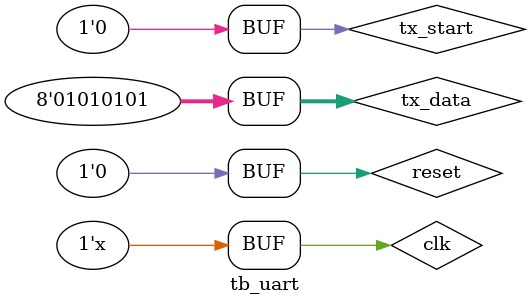
<source format=v>
`timescale 1ns / 1ps


module tb_uart ();

    reg clk;
    reg reset;
    reg tx_start;
    reg [7:0] tx_data;

    // wire tx;
    wire tx_done;
    wire [7:0] rx_data;
    wire rx_done;

    uart dut (
        .clk(clk),
        .reset(reset),
        .tx_start(tx_start),
        .tx_data(tx_data),

        // output tx,
        .tx_done(tx_done),
        .rx_data(rx_data),
        .rx_done(rx_done)
    );


    always #5 clk = ~clk;

    initial begin
        clk = 1'b0;
        reset = 1'b1;
        tx_start = 1'b0;
        tx_data = 0;
    end

    initial begin
        #100 reset = 1'b0;
        #100 tx_data = 8'b01010101;
        tx_start = 1'b1;
        #10 tx_start = 1'b0;
    end
endmodule


</source>
